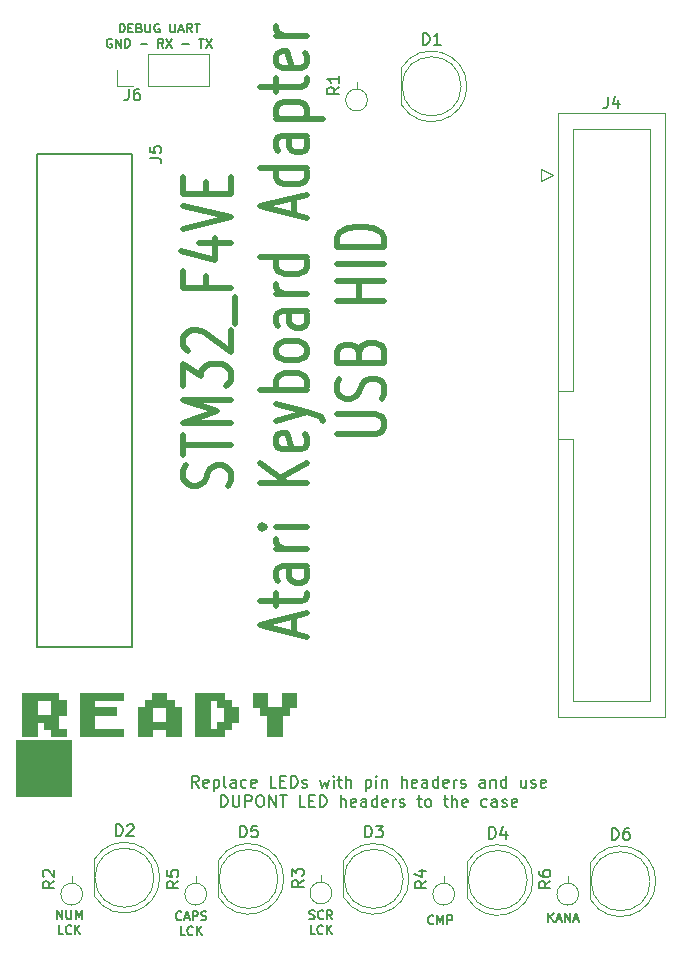
<source format=gto>
%TF.GenerationSoftware,KiCad,Pcbnew,5.1.9+dfsg1-1*%
%TF.CreationDate,2021-12-02T21:44:05+01:00*%
%TF.ProjectId,STM32F4XX_Hat,53544d33-3246-4345-9858-5f4861742e6b,rev?*%
%TF.SameCoordinates,Original*%
%TF.FileFunction,Legend,Top*%
%TF.FilePolarity,Positive*%
%FSLAX46Y46*%
G04 Gerber Fmt 4.6, Leading zero omitted, Abs format (unit mm)*
G04 Created by KiCad (PCBNEW 5.1.9+dfsg1-1) date 2021-12-02 21:44:05*
%MOMM*%
%LPD*%
G01*
G04 APERTURE LIST*
%ADD10C,0.150000*%
%ADD11C,0.500000*%
%ADD12C,0.120000*%
%ADD13C,0.010000*%
G04 APERTURE END LIST*
D10*
X128910714Y-60701785D02*
X128910714Y-59951785D01*
X129089285Y-59951785D01*
X129196428Y-59987500D01*
X129267857Y-60058928D01*
X129303571Y-60130357D01*
X129339285Y-60273214D01*
X129339285Y-60380357D01*
X129303571Y-60523214D01*
X129267857Y-60594642D01*
X129196428Y-60666071D01*
X129089285Y-60701785D01*
X128910714Y-60701785D01*
X129660714Y-60308928D02*
X129910714Y-60308928D01*
X130017857Y-60701785D02*
X129660714Y-60701785D01*
X129660714Y-59951785D01*
X130017857Y-59951785D01*
X130589285Y-60308928D02*
X130696428Y-60344642D01*
X130732142Y-60380357D01*
X130767857Y-60451785D01*
X130767857Y-60558928D01*
X130732142Y-60630357D01*
X130696428Y-60666071D01*
X130625000Y-60701785D01*
X130339285Y-60701785D01*
X130339285Y-59951785D01*
X130589285Y-59951785D01*
X130660714Y-59987500D01*
X130696428Y-60023214D01*
X130732142Y-60094642D01*
X130732142Y-60166071D01*
X130696428Y-60237500D01*
X130660714Y-60273214D01*
X130589285Y-60308928D01*
X130339285Y-60308928D01*
X131089285Y-59951785D02*
X131089285Y-60558928D01*
X131125000Y-60630357D01*
X131160714Y-60666071D01*
X131232142Y-60701785D01*
X131375000Y-60701785D01*
X131446428Y-60666071D01*
X131482142Y-60630357D01*
X131517857Y-60558928D01*
X131517857Y-59951785D01*
X132267857Y-59987500D02*
X132196428Y-59951785D01*
X132089285Y-59951785D01*
X131982142Y-59987500D01*
X131910714Y-60058928D01*
X131875000Y-60130357D01*
X131839285Y-60273214D01*
X131839285Y-60380357D01*
X131875000Y-60523214D01*
X131910714Y-60594642D01*
X131982142Y-60666071D01*
X132089285Y-60701785D01*
X132160714Y-60701785D01*
X132267857Y-60666071D01*
X132303571Y-60630357D01*
X132303571Y-60380357D01*
X132160714Y-60380357D01*
X133196428Y-59951785D02*
X133196428Y-60558928D01*
X133232142Y-60630357D01*
X133267857Y-60666071D01*
X133339285Y-60701785D01*
X133482142Y-60701785D01*
X133553571Y-60666071D01*
X133589285Y-60630357D01*
X133625000Y-60558928D01*
X133625000Y-59951785D01*
X133946428Y-60487500D02*
X134303571Y-60487500D01*
X133875000Y-60701785D02*
X134125000Y-59951785D01*
X134375000Y-60701785D01*
X135053571Y-60701785D02*
X134803571Y-60344642D01*
X134625000Y-60701785D02*
X134625000Y-59951785D01*
X134910714Y-59951785D01*
X134982142Y-59987500D01*
X135017857Y-60023214D01*
X135053571Y-60094642D01*
X135053571Y-60201785D01*
X135017857Y-60273214D01*
X134982142Y-60308928D01*
X134910714Y-60344642D01*
X134625000Y-60344642D01*
X135267857Y-59951785D02*
X135696428Y-59951785D01*
X135482142Y-60701785D02*
X135482142Y-59951785D01*
X128232142Y-61262500D02*
X128160714Y-61226785D01*
X128053571Y-61226785D01*
X127946428Y-61262500D01*
X127875000Y-61333928D01*
X127839285Y-61405357D01*
X127803571Y-61548214D01*
X127803571Y-61655357D01*
X127839285Y-61798214D01*
X127875000Y-61869642D01*
X127946428Y-61941071D01*
X128053571Y-61976785D01*
X128125000Y-61976785D01*
X128232142Y-61941071D01*
X128267857Y-61905357D01*
X128267857Y-61655357D01*
X128125000Y-61655357D01*
X128589285Y-61976785D02*
X128589285Y-61226785D01*
X129017857Y-61976785D01*
X129017857Y-61226785D01*
X129375000Y-61976785D02*
X129375000Y-61226785D01*
X129553571Y-61226785D01*
X129660714Y-61262500D01*
X129732142Y-61333928D01*
X129767857Y-61405357D01*
X129803571Y-61548214D01*
X129803571Y-61655357D01*
X129767857Y-61798214D01*
X129732142Y-61869642D01*
X129660714Y-61941071D01*
X129553571Y-61976785D01*
X129375000Y-61976785D01*
X130696428Y-61691071D02*
X131267857Y-61691071D01*
X132625000Y-61976785D02*
X132375000Y-61619642D01*
X132196428Y-61976785D02*
X132196428Y-61226785D01*
X132482142Y-61226785D01*
X132553571Y-61262500D01*
X132589285Y-61298214D01*
X132625000Y-61369642D01*
X132625000Y-61476785D01*
X132589285Y-61548214D01*
X132553571Y-61583928D01*
X132482142Y-61619642D01*
X132196428Y-61619642D01*
X132875000Y-61226785D02*
X133375000Y-61976785D01*
X133375000Y-61226785D02*
X132875000Y-61976785D01*
X134232142Y-61691071D02*
X134803571Y-61691071D01*
X135625000Y-61226785D02*
X136053571Y-61226785D01*
X135839285Y-61976785D02*
X135839285Y-61226785D01*
X136232142Y-61226785D02*
X136732142Y-61976785D01*
X136732142Y-61226785D02*
X136232142Y-61976785D01*
D11*
X138119047Y-99071428D02*
X138309523Y-98642857D01*
X138309523Y-97928571D01*
X138119047Y-97642857D01*
X137928571Y-97499999D01*
X137547619Y-97357142D01*
X137166666Y-97357142D01*
X136785714Y-97499999D01*
X136595238Y-97642857D01*
X136404761Y-97928571D01*
X136214285Y-98499999D01*
X136023809Y-98785714D01*
X135833333Y-98928571D01*
X135452380Y-99071428D01*
X135071428Y-99071428D01*
X134690476Y-98928571D01*
X134500000Y-98785714D01*
X134309523Y-98499999D01*
X134309523Y-97785714D01*
X134500000Y-97357142D01*
X134309523Y-96499999D02*
X134309523Y-94785714D01*
X138309523Y-95642857D02*
X134309523Y-95642857D01*
X138309523Y-93785714D02*
X134309523Y-93785714D01*
X137166666Y-92785714D01*
X134309523Y-91785714D01*
X138309523Y-91785714D01*
X134309523Y-90642857D02*
X134309523Y-88785714D01*
X135833333Y-89785714D01*
X135833333Y-89357142D01*
X136023809Y-89071428D01*
X136214285Y-88928571D01*
X136595238Y-88785714D01*
X137547619Y-88785714D01*
X137928571Y-88928571D01*
X138119047Y-89071428D01*
X138309523Y-89357142D01*
X138309523Y-90214285D01*
X138119047Y-90500000D01*
X137928571Y-90642857D01*
X134690476Y-87642857D02*
X134500000Y-87500000D01*
X134309523Y-87214285D01*
X134309523Y-86500000D01*
X134500000Y-86214285D01*
X134690476Y-86071428D01*
X135071428Y-85928571D01*
X135452380Y-85928571D01*
X136023809Y-86071428D01*
X138309523Y-87785714D01*
X138309523Y-85928571D01*
X138690476Y-85357142D02*
X138690476Y-83071428D01*
X136214285Y-81357142D02*
X136214285Y-82357142D01*
X138309523Y-82357142D02*
X134309523Y-82357142D01*
X134309523Y-80928571D01*
X135642857Y-78500000D02*
X138309523Y-78500000D01*
X134119047Y-79214285D02*
X136976190Y-79928571D01*
X136976190Y-78071428D01*
X134309523Y-77357142D02*
X138309523Y-76357142D01*
X134309523Y-75357142D01*
X136214285Y-74357142D02*
X136214285Y-73357142D01*
X138309523Y-72928571D02*
X138309523Y-74357142D01*
X134309523Y-74357142D01*
X134309523Y-72928571D01*
X143666666Y-111571428D02*
X143666666Y-110142857D01*
X144809523Y-111857142D02*
X140809523Y-110857142D01*
X144809523Y-109857142D01*
X142142857Y-109285714D02*
X142142857Y-108142857D01*
X140809523Y-108857142D02*
X144238095Y-108857142D01*
X144619047Y-108714285D01*
X144809523Y-108428571D01*
X144809523Y-108142857D01*
X144809523Y-105857142D02*
X142714285Y-105857142D01*
X142333333Y-106000000D01*
X142142857Y-106285714D01*
X142142857Y-106857142D01*
X142333333Y-107142857D01*
X144619047Y-105857142D02*
X144809523Y-106142857D01*
X144809523Y-106857142D01*
X144619047Y-107142857D01*
X144238095Y-107285714D01*
X143857142Y-107285714D01*
X143476190Y-107142857D01*
X143285714Y-106857142D01*
X143285714Y-106142857D01*
X143095238Y-105857142D01*
X144809523Y-104428571D02*
X142142857Y-104428571D01*
X142904761Y-104428571D02*
X142523809Y-104285714D01*
X142333333Y-104142857D01*
X142142857Y-103857142D01*
X142142857Y-103571428D01*
X144809523Y-102571428D02*
X142142857Y-102571428D01*
X140809523Y-102571428D02*
X141000000Y-102714285D01*
X141190476Y-102571428D01*
X141000000Y-102428571D01*
X140809523Y-102571428D01*
X141190476Y-102571428D01*
X144809523Y-98857142D02*
X140809523Y-98857142D01*
X144809523Y-97142857D02*
X142523809Y-98428571D01*
X140809523Y-97142857D02*
X143095238Y-98857142D01*
X144619047Y-94714285D02*
X144809523Y-95000000D01*
X144809523Y-95571428D01*
X144619047Y-95857142D01*
X144238095Y-96000000D01*
X142714285Y-96000000D01*
X142333333Y-95857142D01*
X142142857Y-95571428D01*
X142142857Y-95000000D01*
X142333333Y-94714285D01*
X142714285Y-94571428D01*
X143095238Y-94571428D01*
X143476190Y-96000000D01*
X142142857Y-93571428D02*
X144809523Y-92857142D01*
X142142857Y-92142857D02*
X144809523Y-92857142D01*
X145761904Y-93142857D01*
X145952380Y-93285714D01*
X146142857Y-93571428D01*
X144809523Y-91000000D02*
X140809523Y-91000000D01*
X142333333Y-91000000D02*
X142142857Y-90714285D01*
X142142857Y-90142857D01*
X142333333Y-89857142D01*
X142523809Y-89714285D01*
X142904761Y-89571428D01*
X144047619Y-89571428D01*
X144428571Y-89714285D01*
X144619047Y-89857142D01*
X144809523Y-90142857D01*
X144809523Y-90714285D01*
X144619047Y-91000000D01*
X144809523Y-87857142D02*
X144619047Y-88142857D01*
X144428571Y-88285714D01*
X144047619Y-88428571D01*
X142904761Y-88428571D01*
X142523809Y-88285714D01*
X142333333Y-88142857D01*
X142142857Y-87857142D01*
X142142857Y-87428571D01*
X142333333Y-87142857D01*
X142523809Y-87000000D01*
X142904761Y-86857142D01*
X144047619Y-86857142D01*
X144428571Y-87000000D01*
X144619047Y-87142857D01*
X144809523Y-87428571D01*
X144809523Y-87857142D01*
X144809523Y-84285714D02*
X142714285Y-84285714D01*
X142333333Y-84428571D01*
X142142857Y-84714285D01*
X142142857Y-85285714D01*
X142333333Y-85571428D01*
X144619047Y-84285714D02*
X144809523Y-84571428D01*
X144809523Y-85285714D01*
X144619047Y-85571428D01*
X144238095Y-85714285D01*
X143857142Y-85714285D01*
X143476190Y-85571428D01*
X143285714Y-85285714D01*
X143285714Y-84571428D01*
X143095238Y-84285714D01*
X144809523Y-82857142D02*
X142142857Y-82857142D01*
X142904761Y-82857142D02*
X142523809Y-82714285D01*
X142333333Y-82571428D01*
X142142857Y-82285714D01*
X142142857Y-82000000D01*
X144809523Y-79714285D02*
X140809523Y-79714285D01*
X144619047Y-79714285D02*
X144809523Y-80000000D01*
X144809523Y-80571428D01*
X144619047Y-80857142D01*
X144428571Y-81000000D01*
X144047619Y-81142857D01*
X142904761Y-81142857D01*
X142523809Y-81000000D01*
X142333333Y-80857142D01*
X142142857Y-80571428D01*
X142142857Y-80000000D01*
X142333333Y-79714285D01*
X143666666Y-76142857D02*
X143666666Y-74714285D01*
X144809523Y-76428571D02*
X140809523Y-75428571D01*
X144809523Y-74428571D01*
X144809523Y-72142857D02*
X140809523Y-72142857D01*
X144619047Y-72142857D02*
X144809523Y-72428571D01*
X144809523Y-73000000D01*
X144619047Y-73285714D01*
X144428571Y-73428571D01*
X144047619Y-73571428D01*
X142904761Y-73571428D01*
X142523809Y-73428571D01*
X142333333Y-73285714D01*
X142142857Y-73000000D01*
X142142857Y-72428571D01*
X142333333Y-72142857D01*
X144809523Y-69428571D02*
X142714285Y-69428571D01*
X142333333Y-69571428D01*
X142142857Y-69857142D01*
X142142857Y-70428571D01*
X142333333Y-70714285D01*
X144619047Y-69428571D02*
X144809523Y-69714285D01*
X144809523Y-70428571D01*
X144619047Y-70714285D01*
X144238095Y-70857142D01*
X143857142Y-70857142D01*
X143476190Y-70714285D01*
X143285714Y-70428571D01*
X143285714Y-69714285D01*
X143095238Y-69428571D01*
X142142857Y-68000000D02*
X146142857Y-68000000D01*
X142333333Y-68000000D02*
X142142857Y-67714285D01*
X142142857Y-67142857D01*
X142333333Y-66857142D01*
X142523809Y-66714285D01*
X142904761Y-66571428D01*
X144047619Y-66571428D01*
X144428571Y-66714285D01*
X144619047Y-66857142D01*
X144809523Y-67142857D01*
X144809523Y-67714285D01*
X144619047Y-68000000D01*
X142142857Y-65714285D02*
X142142857Y-64571428D01*
X140809523Y-65285714D02*
X144238095Y-65285714D01*
X144619047Y-65142857D01*
X144809523Y-64857142D01*
X144809523Y-64571428D01*
X144619047Y-62428571D02*
X144809523Y-62714285D01*
X144809523Y-63285714D01*
X144619047Y-63571428D01*
X144238095Y-63714285D01*
X142714285Y-63714285D01*
X142333333Y-63571428D01*
X142142857Y-63285714D01*
X142142857Y-62714285D01*
X142333333Y-62428571D01*
X142714285Y-62285714D01*
X143095238Y-62285714D01*
X143476190Y-63714285D01*
X144809523Y-61000000D02*
X142142857Y-61000000D01*
X142904761Y-61000000D02*
X142523809Y-60857142D01*
X142333333Y-60714285D01*
X142142857Y-60428571D01*
X142142857Y-60142857D01*
X147309523Y-94714285D02*
X150547619Y-94714285D01*
X150928571Y-94571428D01*
X151119047Y-94428571D01*
X151309523Y-94142857D01*
X151309523Y-93571428D01*
X151119047Y-93285714D01*
X150928571Y-93142857D01*
X150547619Y-93000000D01*
X147309523Y-93000000D01*
X151119047Y-91714285D02*
X151309523Y-91285714D01*
X151309523Y-90571428D01*
X151119047Y-90285714D01*
X150928571Y-90142857D01*
X150547619Y-90000000D01*
X150166666Y-90000000D01*
X149785714Y-90142857D01*
X149595238Y-90285714D01*
X149404761Y-90571428D01*
X149214285Y-91142857D01*
X149023809Y-91428571D01*
X148833333Y-91571428D01*
X148452380Y-91714285D01*
X148071428Y-91714285D01*
X147690476Y-91571428D01*
X147500000Y-91428571D01*
X147309523Y-91142857D01*
X147309523Y-90428571D01*
X147500000Y-90000000D01*
X149214285Y-87714285D02*
X149404761Y-87285714D01*
X149595238Y-87142857D01*
X149976190Y-87000000D01*
X150547619Y-87000000D01*
X150928571Y-87142857D01*
X151119047Y-87285714D01*
X151309523Y-87571428D01*
X151309523Y-88714285D01*
X147309523Y-88714285D01*
X147309523Y-87714285D01*
X147500000Y-87428571D01*
X147690476Y-87285714D01*
X148071428Y-87142857D01*
X148452380Y-87142857D01*
X148833333Y-87285714D01*
X149023809Y-87428571D01*
X149214285Y-87714285D01*
X149214285Y-88714285D01*
X151309523Y-83428571D02*
X147309523Y-83428571D01*
X149214285Y-83428571D02*
X149214285Y-81714285D01*
X151309523Y-81714285D02*
X147309523Y-81714285D01*
X151309523Y-80285714D02*
X147309523Y-80285714D01*
X151309523Y-78857142D02*
X147309523Y-78857142D01*
X147309523Y-78142857D01*
X147500000Y-77714285D01*
X147880952Y-77428571D01*
X148261904Y-77285714D01*
X149023809Y-77142857D01*
X149595238Y-77142857D01*
X150357142Y-77285714D01*
X150738095Y-77428571D01*
X151119047Y-77714285D01*
X151309523Y-78142857D01*
X151309523Y-78857142D01*
D10*
X135595238Y-124627380D02*
X135261904Y-124151190D01*
X135023809Y-124627380D02*
X135023809Y-123627380D01*
X135404761Y-123627380D01*
X135499999Y-123675000D01*
X135547619Y-123722619D01*
X135595238Y-123817857D01*
X135595238Y-123960714D01*
X135547619Y-124055952D01*
X135499999Y-124103571D01*
X135404761Y-124151190D01*
X135023809Y-124151190D01*
X136404761Y-124579761D02*
X136309523Y-124627380D01*
X136119047Y-124627380D01*
X136023809Y-124579761D01*
X135976190Y-124484523D01*
X135976190Y-124103571D01*
X136023809Y-124008333D01*
X136119047Y-123960714D01*
X136309523Y-123960714D01*
X136404761Y-124008333D01*
X136452380Y-124103571D01*
X136452380Y-124198809D01*
X135976190Y-124294047D01*
X136880952Y-123960714D02*
X136880952Y-124960714D01*
X136880952Y-124008333D02*
X136976190Y-123960714D01*
X137166666Y-123960714D01*
X137261904Y-124008333D01*
X137309523Y-124055952D01*
X137357142Y-124151190D01*
X137357142Y-124436904D01*
X137309523Y-124532142D01*
X137261904Y-124579761D01*
X137166666Y-124627380D01*
X136976190Y-124627380D01*
X136880952Y-124579761D01*
X137928571Y-124627380D02*
X137833333Y-124579761D01*
X137785714Y-124484523D01*
X137785714Y-123627380D01*
X138738095Y-124627380D02*
X138738095Y-124103571D01*
X138690476Y-124008333D01*
X138595238Y-123960714D01*
X138404761Y-123960714D01*
X138309523Y-124008333D01*
X138738095Y-124579761D02*
X138642857Y-124627380D01*
X138404761Y-124627380D01*
X138309523Y-124579761D01*
X138261904Y-124484523D01*
X138261904Y-124389285D01*
X138309523Y-124294047D01*
X138404761Y-124246428D01*
X138642857Y-124246428D01*
X138738095Y-124198809D01*
X139642857Y-124579761D02*
X139547619Y-124627380D01*
X139357142Y-124627380D01*
X139261904Y-124579761D01*
X139214285Y-124532142D01*
X139166666Y-124436904D01*
X139166666Y-124151190D01*
X139214285Y-124055952D01*
X139261904Y-124008333D01*
X139357142Y-123960714D01*
X139547619Y-123960714D01*
X139642857Y-124008333D01*
X140452380Y-124579761D02*
X140357142Y-124627380D01*
X140166666Y-124627380D01*
X140071428Y-124579761D01*
X140023809Y-124484523D01*
X140023809Y-124103571D01*
X140071428Y-124008333D01*
X140166666Y-123960714D01*
X140357142Y-123960714D01*
X140452380Y-124008333D01*
X140499999Y-124103571D01*
X140499999Y-124198809D01*
X140023809Y-124294047D01*
X142166666Y-124627380D02*
X141690476Y-124627380D01*
X141690476Y-123627380D01*
X142499999Y-124103571D02*
X142833333Y-124103571D01*
X142976190Y-124627380D02*
X142499999Y-124627380D01*
X142499999Y-123627380D01*
X142976190Y-123627380D01*
X143404761Y-124627380D02*
X143404761Y-123627380D01*
X143642857Y-123627380D01*
X143785714Y-123675000D01*
X143880952Y-123770238D01*
X143928571Y-123865476D01*
X143976190Y-124055952D01*
X143976190Y-124198809D01*
X143928571Y-124389285D01*
X143880952Y-124484523D01*
X143785714Y-124579761D01*
X143642857Y-124627380D01*
X143404761Y-124627380D01*
X144357142Y-124579761D02*
X144452380Y-124627380D01*
X144642857Y-124627380D01*
X144738095Y-124579761D01*
X144785714Y-124484523D01*
X144785714Y-124436904D01*
X144738095Y-124341666D01*
X144642857Y-124294047D01*
X144499999Y-124294047D01*
X144404761Y-124246428D01*
X144357142Y-124151190D01*
X144357142Y-124103571D01*
X144404761Y-124008333D01*
X144499999Y-123960714D01*
X144642857Y-123960714D01*
X144738095Y-124008333D01*
X145880952Y-123960714D02*
X146071428Y-124627380D01*
X146261904Y-124151190D01*
X146452380Y-124627380D01*
X146642857Y-123960714D01*
X147023809Y-124627380D02*
X147023809Y-123960714D01*
X147023809Y-123627380D02*
X146976190Y-123675000D01*
X147023809Y-123722619D01*
X147071428Y-123675000D01*
X147023809Y-123627380D01*
X147023809Y-123722619D01*
X147357142Y-123960714D02*
X147738095Y-123960714D01*
X147499999Y-123627380D02*
X147499999Y-124484523D01*
X147547619Y-124579761D01*
X147642857Y-124627380D01*
X147738095Y-124627380D01*
X148071428Y-124627380D02*
X148071428Y-123627380D01*
X148499999Y-124627380D02*
X148499999Y-124103571D01*
X148452380Y-124008333D01*
X148357142Y-123960714D01*
X148214285Y-123960714D01*
X148119047Y-124008333D01*
X148071428Y-124055952D01*
X149738095Y-123960714D02*
X149738095Y-124960714D01*
X149738095Y-124008333D02*
X149833333Y-123960714D01*
X150023809Y-123960714D01*
X150119047Y-124008333D01*
X150166666Y-124055952D01*
X150214285Y-124151190D01*
X150214285Y-124436904D01*
X150166666Y-124532142D01*
X150119047Y-124579761D01*
X150023809Y-124627380D01*
X149833333Y-124627380D01*
X149738095Y-124579761D01*
X150642857Y-124627380D02*
X150642857Y-123960714D01*
X150642857Y-123627380D02*
X150595238Y-123675000D01*
X150642857Y-123722619D01*
X150690476Y-123675000D01*
X150642857Y-123627380D01*
X150642857Y-123722619D01*
X151119047Y-123960714D02*
X151119047Y-124627380D01*
X151119047Y-124055952D02*
X151166666Y-124008333D01*
X151261904Y-123960714D01*
X151404761Y-123960714D01*
X151499999Y-124008333D01*
X151547619Y-124103571D01*
X151547619Y-124627380D01*
X152785714Y-124627380D02*
X152785714Y-123627380D01*
X153214285Y-124627380D02*
X153214285Y-124103571D01*
X153166666Y-124008333D01*
X153071428Y-123960714D01*
X152928571Y-123960714D01*
X152833333Y-124008333D01*
X152785714Y-124055952D01*
X154071428Y-124579761D02*
X153976190Y-124627380D01*
X153785714Y-124627380D01*
X153690476Y-124579761D01*
X153642857Y-124484523D01*
X153642857Y-124103571D01*
X153690476Y-124008333D01*
X153785714Y-123960714D01*
X153976190Y-123960714D01*
X154071428Y-124008333D01*
X154119047Y-124103571D01*
X154119047Y-124198809D01*
X153642857Y-124294047D01*
X154976190Y-124627380D02*
X154976190Y-124103571D01*
X154928571Y-124008333D01*
X154833333Y-123960714D01*
X154642857Y-123960714D01*
X154547619Y-124008333D01*
X154976190Y-124579761D02*
X154880952Y-124627380D01*
X154642857Y-124627380D01*
X154547619Y-124579761D01*
X154499999Y-124484523D01*
X154499999Y-124389285D01*
X154547619Y-124294047D01*
X154642857Y-124246428D01*
X154880952Y-124246428D01*
X154976190Y-124198809D01*
X155880952Y-124627380D02*
X155880952Y-123627380D01*
X155880952Y-124579761D02*
X155785714Y-124627380D01*
X155595238Y-124627380D01*
X155499999Y-124579761D01*
X155452380Y-124532142D01*
X155404761Y-124436904D01*
X155404761Y-124151190D01*
X155452380Y-124055952D01*
X155499999Y-124008333D01*
X155595238Y-123960714D01*
X155785714Y-123960714D01*
X155880952Y-124008333D01*
X156738095Y-124579761D02*
X156642857Y-124627380D01*
X156452380Y-124627380D01*
X156357142Y-124579761D01*
X156309523Y-124484523D01*
X156309523Y-124103571D01*
X156357142Y-124008333D01*
X156452380Y-123960714D01*
X156642857Y-123960714D01*
X156738095Y-124008333D01*
X156785714Y-124103571D01*
X156785714Y-124198809D01*
X156309523Y-124294047D01*
X157214285Y-124627380D02*
X157214285Y-123960714D01*
X157214285Y-124151190D02*
X157261904Y-124055952D01*
X157309523Y-124008333D01*
X157404761Y-123960714D01*
X157499999Y-123960714D01*
X157785714Y-124579761D02*
X157880952Y-124627380D01*
X158071428Y-124627380D01*
X158166666Y-124579761D01*
X158214285Y-124484523D01*
X158214285Y-124436904D01*
X158166666Y-124341666D01*
X158071428Y-124294047D01*
X157928571Y-124294047D01*
X157833333Y-124246428D01*
X157785714Y-124151190D01*
X157785714Y-124103571D01*
X157833333Y-124008333D01*
X157928571Y-123960714D01*
X158071428Y-123960714D01*
X158166666Y-124008333D01*
X159833333Y-124627380D02*
X159833333Y-124103571D01*
X159785714Y-124008333D01*
X159690476Y-123960714D01*
X159499999Y-123960714D01*
X159404761Y-124008333D01*
X159833333Y-124579761D02*
X159738095Y-124627380D01*
X159499999Y-124627380D01*
X159404761Y-124579761D01*
X159357142Y-124484523D01*
X159357142Y-124389285D01*
X159404761Y-124294047D01*
X159499999Y-124246428D01*
X159738095Y-124246428D01*
X159833333Y-124198809D01*
X160309523Y-123960714D02*
X160309523Y-124627380D01*
X160309523Y-124055952D02*
X160357142Y-124008333D01*
X160452380Y-123960714D01*
X160595238Y-123960714D01*
X160690476Y-124008333D01*
X160738095Y-124103571D01*
X160738095Y-124627380D01*
X161642857Y-124627380D02*
X161642857Y-123627380D01*
X161642857Y-124579761D02*
X161547619Y-124627380D01*
X161357142Y-124627380D01*
X161261904Y-124579761D01*
X161214285Y-124532142D01*
X161166666Y-124436904D01*
X161166666Y-124151190D01*
X161214285Y-124055952D01*
X161261904Y-124008333D01*
X161357142Y-123960714D01*
X161547619Y-123960714D01*
X161642857Y-124008333D01*
X163309523Y-123960714D02*
X163309523Y-124627380D01*
X162880952Y-123960714D02*
X162880952Y-124484523D01*
X162928571Y-124579761D01*
X163023809Y-124627380D01*
X163166666Y-124627380D01*
X163261904Y-124579761D01*
X163309523Y-124532142D01*
X163738095Y-124579761D02*
X163833333Y-124627380D01*
X164023809Y-124627380D01*
X164119047Y-124579761D01*
X164166666Y-124484523D01*
X164166666Y-124436904D01*
X164119047Y-124341666D01*
X164023809Y-124294047D01*
X163880952Y-124294047D01*
X163785714Y-124246428D01*
X163738095Y-124151190D01*
X163738095Y-124103571D01*
X163785714Y-124008333D01*
X163880952Y-123960714D01*
X164023809Y-123960714D01*
X164119047Y-124008333D01*
X164976190Y-124579761D02*
X164880952Y-124627380D01*
X164690476Y-124627380D01*
X164595238Y-124579761D01*
X164547619Y-124484523D01*
X164547619Y-124103571D01*
X164595238Y-124008333D01*
X164690476Y-123960714D01*
X164880952Y-123960714D01*
X164976190Y-124008333D01*
X165023809Y-124103571D01*
X165023809Y-124198809D01*
X164547619Y-124294047D01*
X137476190Y-126277380D02*
X137476190Y-125277380D01*
X137714285Y-125277380D01*
X137857142Y-125325000D01*
X137952380Y-125420238D01*
X138000000Y-125515476D01*
X138047619Y-125705952D01*
X138047619Y-125848809D01*
X138000000Y-126039285D01*
X137952380Y-126134523D01*
X137857142Y-126229761D01*
X137714285Y-126277380D01*
X137476190Y-126277380D01*
X138476190Y-125277380D02*
X138476190Y-126086904D01*
X138523809Y-126182142D01*
X138571428Y-126229761D01*
X138666666Y-126277380D01*
X138857142Y-126277380D01*
X138952380Y-126229761D01*
X139000000Y-126182142D01*
X139047619Y-126086904D01*
X139047619Y-125277380D01*
X139523809Y-126277380D02*
X139523809Y-125277380D01*
X139904761Y-125277380D01*
X140000000Y-125325000D01*
X140047619Y-125372619D01*
X140095238Y-125467857D01*
X140095238Y-125610714D01*
X140047619Y-125705952D01*
X140000000Y-125753571D01*
X139904761Y-125801190D01*
X139523809Y-125801190D01*
X140714285Y-125277380D02*
X140904761Y-125277380D01*
X141000000Y-125325000D01*
X141095238Y-125420238D01*
X141142857Y-125610714D01*
X141142857Y-125944047D01*
X141095238Y-126134523D01*
X141000000Y-126229761D01*
X140904761Y-126277380D01*
X140714285Y-126277380D01*
X140619047Y-126229761D01*
X140523809Y-126134523D01*
X140476190Y-125944047D01*
X140476190Y-125610714D01*
X140523809Y-125420238D01*
X140619047Y-125325000D01*
X140714285Y-125277380D01*
X141571428Y-126277380D02*
X141571428Y-125277380D01*
X142142857Y-126277380D01*
X142142857Y-125277380D01*
X142476190Y-125277380D02*
X143047619Y-125277380D01*
X142761904Y-126277380D02*
X142761904Y-125277380D01*
X144619047Y-126277380D02*
X144142857Y-126277380D01*
X144142857Y-125277380D01*
X144952380Y-125753571D02*
X145285714Y-125753571D01*
X145428571Y-126277380D02*
X144952380Y-126277380D01*
X144952380Y-125277380D01*
X145428571Y-125277380D01*
X145857142Y-126277380D02*
X145857142Y-125277380D01*
X146095238Y-125277380D01*
X146238095Y-125325000D01*
X146333333Y-125420238D01*
X146380952Y-125515476D01*
X146428571Y-125705952D01*
X146428571Y-125848809D01*
X146380952Y-126039285D01*
X146333333Y-126134523D01*
X146238095Y-126229761D01*
X146095238Y-126277380D01*
X145857142Y-126277380D01*
X147619047Y-126277380D02*
X147619047Y-125277380D01*
X148047619Y-126277380D02*
X148047619Y-125753571D01*
X148000000Y-125658333D01*
X147904761Y-125610714D01*
X147761904Y-125610714D01*
X147666666Y-125658333D01*
X147619047Y-125705952D01*
X148904761Y-126229761D02*
X148809523Y-126277380D01*
X148619047Y-126277380D01*
X148523809Y-126229761D01*
X148476190Y-126134523D01*
X148476190Y-125753571D01*
X148523809Y-125658333D01*
X148619047Y-125610714D01*
X148809523Y-125610714D01*
X148904761Y-125658333D01*
X148952380Y-125753571D01*
X148952380Y-125848809D01*
X148476190Y-125944047D01*
X149809523Y-126277380D02*
X149809523Y-125753571D01*
X149761904Y-125658333D01*
X149666666Y-125610714D01*
X149476190Y-125610714D01*
X149380952Y-125658333D01*
X149809523Y-126229761D02*
X149714285Y-126277380D01*
X149476190Y-126277380D01*
X149380952Y-126229761D01*
X149333333Y-126134523D01*
X149333333Y-126039285D01*
X149380952Y-125944047D01*
X149476190Y-125896428D01*
X149714285Y-125896428D01*
X149809523Y-125848809D01*
X150714285Y-126277380D02*
X150714285Y-125277380D01*
X150714285Y-126229761D02*
X150619047Y-126277380D01*
X150428571Y-126277380D01*
X150333333Y-126229761D01*
X150285714Y-126182142D01*
X150238095Y-126086904D01*
X150238095Y-125801190D01*
X150285714Y-125705952D01*
X150333333Y-125658333D01*
X150428571Y-125610714D01*
X150619047Y-125610714D01*
X150714285Y-125658333D01*
X151571428Y-126229761D02*
X151476190Y-126277380D01*
X151285714Y-126277380D01*
X151190476Y-126229761D01*
X151142857Y-126134523D01*
X151142857Y-125753571D01*
X151190476Y-125658333D01*
X151285714Y-125610714D01*
X151476190Y-125610714D01*
X151571428Y-125658333D01*
X151619047Y-125753571D01*
X151619047Y-125848809D01*
X151142857Y-125944047D01*
X152047619Y-126277380D02*
X152047619Y-125610714D01*
X152047619Y-125801190D02*
X152095238Y-125705952D01*
X152142857Y-125658333D01*
X152238095Y-125610714D01*
X152333333Y-125610714D01*
X152619047Y-126229761D02*
X152714285Y-126277380D01*
X152904761Y-126277380D01*
X152999999Y-126229761D01*
X153047619Y-126134523D01*
X153047619Y-126086904D01*
X152999999Y-125991666D01*
X152904761Y-125944047D01*
X152761904Y-125944047D01*
X152666666Y-125896428D01*
X152619047Y-125801190D01*
X152619047Y-125753571D01*
X152666666Y-125658333D01*
X152761904Y-125610714D01*
X152904761Y-125610714D01*
X152999999Y-125658333D01*
X154095238Y-125610714D02*
X154476190Y-125610714D01*
X154238095Y-125277380D02*
X154238095Y-126134523D01*
X154285714Y-126229761D01*
X154380952Y-126277380D01*
X154476190Y-126277380D01*
X154952380Y-126277380D02*
X154857142Y-126229761D01*
X154809523Y-126182142D01*
X154761904Y-126086904D01*
X154761904Y-125801190D01*
X154809523Y-125705952D01*
X154857142Y-125658333D01*
X154952380Y-125610714D01*
X155095238Y-125610714D01*
X155190476Y-125658333D01*
X155238095Y-125705952D01*
X155285714Y-125801190D01*
X155285714Y-126086904D01*
X155238095Y-126182142D01*
X155190476Y-126229761D01*
X155095238Y-126277380D01*
X154952380Y-126277380D01*
X156333333Y-125610714D02*
X156714285Y-125610714D01*
X156476190Y-125277380D02*
X156476190Y-126134523D01*
X156523809Y-126229761D01*
X156619047Y-126277380D01*
X156714285Y-126277380D01*
X157047619Y-126277380D02*
X157047619Y-125277380D01*
X157476190Y-126277380D02*
X157476190Y-125753571D01*
X157428571Y-125658333D01*
X157333333Y-125610714D01*
X157190476Y-125610714D01*
X157095238Y-125658333D01*
X157047619Y-125705952D01*
X158333333Y-126229761D02*
X158238095Y-126277380D01*
X158047619Y-126277380D01*
X157952380Y-126229761D01*
X157904761Y-126134523D01*
X157904761Y-125753571D01*
X157952380Y-125658333D01*
X158047619Y-125610714D01*
X158238095Y-125610714D01*
X158333333Y-125658333D01*
X158380952Y-125753571D01*
X158380952Y-125848809D01*
X157904761Y-125944047D01*
X159999999Y-126229761D02*
X159904761Y-126277380D01*
X159714285Y-126277380D01*
X159619047Y-126229761D01*
X159571428Y-126182142D01*
X159523809Y-126086904D01*
X159523809Y-125801190D01*
X159571428Y-125705952D01*
X159619047Y-125658333D01*
X159714285Y-125610714D01*
X159904761Y-125610714D01*
X159999999Y-125658333D01*
X160857142Y-126277380D02*
X160857142Y-125753571D01*
X160809523Y-125658333D01*
X160714285Y-125610714D01*
X160523809Y-125610714D01*
X160428571Y-125658333D01*
X160857142Y-126229761D02*
X160761904Y-126277380D01*
X160523809Y-126277380D01*
X160428571Y-126229761D01*
X160380952Y-126134523D01*
X160380952Y-126039285D01*
X160428571Y-125944047D01*
X160523809Y-125896428D01*
X160761904Y-125896428D01*
X160857142Y-125848809D01*
X161285714Y-126229761D02*
X161380952Y-126277380D01*
X161571428Y-126277380D01*
X161666666Y-126229761D01*
X161714285Y-126134523D01*
X161714285Y-126086904D01*
X161666666Y-125991666D01*
X161571428Y-125944047D01*
X161428571Y-125944047D01*
X161333333Y-125896428D01*
X161285714Y-125801190D01*
X161285714Y-125753571D01*
X161333333Y-125658333D01*
X161428571Y-125610714D01*
X161571428Y-125610714D01*
X161666666Y-125658333D01*
X162523809Y-126229761D02*
X162428571Y-126277380D01*
X162238095Y-126277380D01*
X162142857Y-126229761D01*
X162095238Y-126134523D01*
X162095238Y-125753571D01*
X162142857Y-125658333D01*
X162238095Y-125610714D01*
X162428571Y-125610714D01*
X162523809Y-125658333D01*
X162571428Y-125753571D01*
X162571428Y-125848809D01*
X162095238Y-125944047D01*
X165218857Y-136000285D02*
X165218857Y-135250285D01*
X165647428Y-136000285D02*
X165326000Y-135571714D01*
X165647428Y-135250285D02*
X165218857Y-135678857D01*
X165933142Y-135786000D02*
X166290285Y-135786000D01*
X165861714Y-136000285D02*
X166111714Y-135250285D01*
X166361714Y-136000285D01*
X166611714Y-136000285D02*
X166611714Y-135250285D01*
X167040285Y-136000285D01*
X167040285Y-135250285D01*
X167361714Y-135786000D02*
X167718857Y-135786000D01*
X167290285Y-136000285D02*
X167540285Y-135250285D01*
X167790285Y-136000285D01*
X155479571Y-136128857D02*
X155443857Y-136164571D01*
X155336714Y-136200285D01*
X155265285Y-136200285D01*
X155158142Y-136164571D01*
X155086714Y-136093142D01*
X155051000Y-136021714D01*
X155015285Y-135878857D01*
X155015285Y-135771714D01*
X155051000Y-135628857D01*
X155086714Y-135557428D01*
X155158142Y-135486000D01*
X155265285Y-135450285D01*
X155336714Y-135450285D01*
X155443857Y-135486000D01*
X155479571Y-135521714D01*
X155801000Y-136200285D02*
X155801000Y-135450285D01*
X156051000Y-135986000D01*
X156301000Y-135450285D01*
X156301000Y-136200285D01*
X156658142Y-136200285D02*
X156658142Y-135450285D01*
X156943857Y-135450285D01*
X157015285Y-135486000D01*
X157051000Y-135521714D01*
X157086714Y-135593142D01*
X157086714Y-135700285D01*
X157051000Y-135771714D01*
X157015285Y-135807428D01*
X156943857Y-135843142D01*
X156658142Y-135843142D01*
X144986714Y-135727071D02*
X145093857Y-135762785D01*
X145272428Y-135762785D01*
X145343857Y-135727071D01*
X145379571Y-135691357D01*
X145415285Y-135619928D01*
X145415285Y-135548500D01*
X145379571Y-135477071D01*
X145343857Y-135441357D01*
X145272428Y-135405642D01*
X145129571Y-135369928D01*
X145058142Y-135334214D01*
X145022428Y-135298500D01*
X144986714Y-135227071D01*
X144986714Y-135155642D01*
X145022428Y-135084214D01*
X145058142Y-135048500D01*
X145129571Y-135012785D01*
X145308142Y-135012785D01*
X145415285Y-135048500D01*
X146165285Y-135691357D02*
X146129571Y-135727071D01*
X146022428Y-135762785D01*
X145951000Y-135762785D01*
X145843857Y-135727071D01*
X145772428Y-135655642D01*
X145736714Y-135584214D01*
X145701000Y-135441357D01*
X145701000Y-135334214D01*
X145736714Y-135191357D01*
X145772428Y-135119928D01*
X145843857Y-135048500D01*
X145951000Y-135012785D01*
X146022428Y-135012785D01*
X146129571Y-135048500D01*
X146165285Y-135084214D01*
X146915285Y-135762785D02*
X146665285Y-135405642D01*
X146486714Y-135762785D02*
X146486714Y-135012785D01*
X146772428Y-135012785D01*
X146843857Y-135048500D01*
X146879571Y-135084214D01*
X146915285Y-135155642D01*
X146915285Y-135262785D01*
X146879571Y-135334214D01*
X146843857Y-135369928D01*
X146772428Y-135405642D01*
X146486714Y-135405642D01*
X145433142Y-137037785D02*
X145076000Y-137037785D01*
X145076000Y-136287785D01*
X146111714Y-136966357D02*
X146076000Y-137002071D01*
X145968857Y-137037785D01*
X145897428Y-137037785D01*
X145790285Y-137002071D01*
X145718857Y-136930642D01*
X145683142Y-136859214D01*
X145647428Y-136716357D01*
X145647428Y-136609214D01*
X145683142Y-136466357D01*
X145718857Y-136394928D01*
X145790285Y-136323500D01*
X145897428Y-136287785D01*
X145968857Y-136287785D01*
X146076000Y-136323500D01*
X146111714Y-136359214D01*
X146433142Y-137037785D02*
X146433142Y-136287785D01*
X146861714Y-137037785D02*
X146540285Y-136609214D01*
X146861714Y-136287785D02*
X146433142Y-136716357D01*
X134129571Y-135791357D02*
X134093857Y-135827071D01*
X133986714Y-135862785D01*
X133915285Y-135862785D01*
X133808142Y-135827071D01*
X133736714Y-135755642D01*
X133701000Y-135684214D01*
X133665285Y-135541357D01*
X133665285Y-135434214D01*
X133701000Y-135291357D01*
X133736714Y-135219928D01*
X133808142Y-135148500D01*
X133915285Y-135112785D01*
X133986714Y-135112785D01*
X134093857Y-135148500D01*
X134129571Y-135184214D01*
X134415285Y-135648500D02*
X134772428Y-135648500D01*
X134343857Y-135862785D02*
X134593857Y-135112785D01*
X134843857Y-135862785D01*
X135093857Y-135862785D02*
X135093857Y-135112785D01*
X135379571Y-135112785D01*
X135451000Y-135148500D01*
X135486714Y-135184214D01*
X135522428Y-135255642D01*
X135522428Y-135362785D01*
X135486714Y-135434214D01*
X135451000Y-135469928D01*
X135379571Y-135505642D01*
X135093857Y-135505642D01*
X135808142Y-135827071D02*
X135915285Y-135862785D01*
X136093857Y-135862785D01*
X136165285Y-135827071D01*
X136201000Y-135791357D01*
X136236714Y-135719928D01*
X136236714Y-135648500D01*
X136201000Y-135577071D01*
X136165285Y-135541357D01*
X136093857Y-135505642D01*
X135951000Y-135469928D01*
X135879571Y-135434214D01*
X135843857Y-135398500D01*
X135808142Y-135327071D01*
X135808142Y-135255642D01*
X135843857Y-135184214D01*
X135879571Y-135148500D01*
X135951000Y-135112785D01*
X136129571Y-135112785D01*
X136236714Y-135148500D01*
X134433142Y-137137785D02*
X134076000Y-137137785D01*
X134076000Y-136387785D01*
X135111714Y-137066357D02*
X135076000Y-137102071D01*
X134968857Y-137137785D01*
X134897428Y-137137785D01*
X134790285Y-137102071D01*
X134718857Y-137030642D01*
X134683142Y-136959214D01*
X134647428Y-136816357D01*
X134647428Y-136709214D01*
X134683142Y-136566357D01*
X134718857Y-136494928D01*
X134790285Y-136423500D01*
X134897428Y-136387785D01*
X134968857Y-136387785D01*
X135076000Y-136423500D01*
X135111714Y-136459214D01*
X135433142Y-137137785D02*
X135433142Y-136387785D01*
X135861714Y-137137785D02*
X135540285Y-136709214D01*
X135861714Y-136387785D02*
X135433142Y-136816357D01*
X123615285Y-135762785D02*
X123615285Y-135012785D01*
X124043857Y-135762785D01*
X124043857Y-135012785D01*
X124401000Y-135012785D02*
X124401000Y-135619928D01*
X124436714Y-135691357D01*
X124472428Y-135727071D01*
X124543857Y-135762785D01*
X124686714Y-135762785D01*
X124758142Y-135727071D01*
X124793857Y-135691357D01*
X124829571Y-135619928D01*
X124829571Y-135012785D01*
X125186714Y-135762785D02*
X125186714Y-135012785D01*
X125436714Y-135548500D01*
X125686714Y-135012785D01*
X125686714Y-135762785D01*
X124133142Y-137037785D02*
X123776000Y-137037785D01*
X123776000Y-136287785D01*
X124811714Y-136966357D02*
X124776000Y-137002071D01*
X124668857Y-137037785D01*
X124597428Y-137037785D01*
X124490285Y-137002071D01*
X124418857Y-136930642D01*
X124383142Y-136859214D01*
X124347428Y-136716357D01*
X124347428Y-136609214D01*
X124383142Y-136466357D01*
X124418857Y-136394928D01*
X124490285Y-136323500D01*
X124597428Y-136287785D01*
X124668857Y-136287785D01*
X124776000Y-136323500D01*
X124811714Y-136359214D01*
X125133142Y-137037785D02*
X125133142Y-136287785D01*
X125561714Y-137037785D02*
X125240285Y-136609214D01*
X125561714Y-136287785D02*
X125133142Y-136716357D01*
D12*
%TO.C,R6*%
X167771000Y-133661000D02*
G75*
G03*
X167771000Y-133661000I-920000J0D01*
G01*
X166851000Y-132741000D02*
X166851000Y-132121000D01*
%TO.C,R5*%
X136271000Y-133661000D02*
G75*
G03*
X136271000Y-133661000I-920000J0D01*
G01*
X135351000Y-132741000D02*
X135351000Y-132121000D01*
%TO.C,R4*%
X157271000Y-133661000D02*
G75*
G03*
X157271000Y-133661000I-920000J0D01*
G01*
X156351000Y-132741000D02*
X156351000Y-132121000D01*
%TO.C,R3*%
X146871000Y-133561000D02*
G75*
G03*
X146871000Y-133561000I-920000J0D01*
G01*
X145951000Y-132641000D02*
X145951000Y-132021000D01*
%TO.C,R2*%
X125771000Y-133661000D02*
G75*
G03*
X125771000Y-133661000I-920000J0D01*
G01*
X124851000Y-132741000D02*
X124851000Y-132121000D01*
%TO.C,J6*%
X136461000Y-65211000D02*
X136461000Y-62551000D01*
X131321000Y-65211000D02*
X136461000Y-65211000D01*
X131321000Y-62551000D02*
X136461000Y-62551000D01*
X131321000Y-65211000D02*
X131321000Y-62551000D01*
X130051000Y-65211000D02*
X128721000Y-65211000D01*
X128721000Y-65211000D02*
X128721000Y-63881000D01*
%TO.C,D6*%
X174311000Y-132560538D02*
G75*
G02*
X168761000Y-134105830I-2990000J-462D01*
G01*
X174311000Y-132561462D02*
G75*
G03*
X168761000Y-131016170I-2990000J462D01*
G01*
X173821000Y-132561000D02*
G75*
G03*
X173821000Y-132561000I-2500000J0D01*
G01*
X168761000Y-131016000D02*
X168761000Y-134106000D01*
%TO.C,D5*%
X142811000Y-132360538D02*
G75*
G02*
X137261000Y-133905830I-2990000J-462D01*
G01*
X142811000Y-132361462D02*
G75*
G03*
X137261000Y-130816170I-2990000J462D01*
G01*
X142321000Y-132361000D02*
G75*
G03*
X142321000Y-132361000I-2500000J0D01*
G01*
X137261000Y-130816000D02*
X137261000Y-133906000D01*
%TO.C,D4*%
X163911000Y-132460538D02*
G75*
G02*
X158361000Y-134005830I-2990000J-462D01*
G01*
X163911000Y-132461462D02*
G75*
G03*
X158361000Y-130916170I-2990000J462D01*
G01*
X163421000Y-132461000D02*
G75*
G03*
X163421000Y-132461000I-2500000J0D01*
G01*
X158361000Y-130916000D02*
X158361000Y-134006000D01*
%TO.C,D3*%
X153411000Y-132360538D02*
G75*
G02*
X147861000Y-133905830I-2990000J-462D01*
G01*
X153411000Y-132361462D02*
G75*
G03*
X147861000Y-130816170I-2990000J462D01*
G01*
X152921000Y-132361000D02*
G75*
G03*
X152921000Y-132361000I-2500000J0D01*
G01*
X147861000Y-130816000D02*
X147861000Y-133906000D01*
%TO.C,D2*%
X132311000Y-132260538D02*
G75*
G02*
X126761000Y-133805830I-2990000J-462D01*
G01*
X132311000Y-132261462D02*
G75*
G03*
X126761000Y-130716170I-2990000J462D01*
G01*
X131821000Y-132261000D02*
G75*
G03*
X131821000Y-132261000I-2500000J0D01*
G01*
X126761000Y-130716000D02*
X126761000Y-133806000D01*
%TO.C,D1*%
X152761000Y-63716000D02*
X152761000Y-66806000D01*
X157821000Y-65261000D02*
G75*
G03*
X157821000Y-65261000I-2500000J0D01*
G01*
X158311000Y-65261462D02*
G75*
G03*
X152761000Y-63716170I-2990000J462D01*
G01*
X158311000Y-65260538D02*
G75*
G02*
X152761000Y-66805830I-2990000J-462D01*
G01*
%TO.C,J4*%
X164611000Y-73271000D02*
X165611000Y-72771000D01*
X164611000Y-72271000D02*
X164611000Y-73271000D01*
X165611000Y-72771000D02*
X164611000Y-72271000D01*
X167311000Y-95141000D02*
X166001000Y-95141000D01*
X167311000Y-95141000D02*
X167311000Y-95141000D01*
X167311000Y-117321000D02*
X167311000Y-95141000D01*
X173811000Y-117321000D02*
X167311000Y-117321000D01*
X173811000Y-68861000D02*
X173811000Y-117321000D01*
X167311000Y-68861000D02*
X173811000Y-68861000D01*
X167311000Y-91041000D02*
X167311000Y-68861000D01*
X166001000Y-91041000D02*
X167311000Y-91041000D01*
X166001000Y-118621000D02*
X166001000Y-67561000D01*
X175121000Y-118621000D02*
X166001000Y-118621000D01*
X175121000Y-67561000D02*
X175121000Y-118621000D01*
X166001000Y-67561000D02*
X175121000Y-67561000D01*
D10*
%TO.C,J5*%
X129921000Y-70956000D02*
X121921000Y-70956000D01*
X121921000Y-70956000D02*
X121921000Y-112706000D01*
X121921000Y-112706000D02*
X129921000Y-112706000D01*
X129921000Y-112706000D02*
X129921000Y-70956000D01*
D13*
%TO.C,LOGO1*%
G36*
X141398000Y-117850400D02*
G01*
X142617200Y-117850400D01*
X142617200Y-116631200D01*
X143836400Y-116631200D01*
X143836400Y-117850400D01*
X143226800Y-117850400D01*
X143226800Y-118460000D01*
X142617200Y-118460000D01*
X142617200Y-120288800D01*
X141398000Y-120288800D01*
X141398000Y-118460000D01*
X140788400Y-118460000D01*
X140788400Y-117850400D01*
X140178800Y-117850400D01*
X140178800Y-116631200D01*
X141398000Y-116631200D01*
X141398000Y-117850400D01*
G37*
X141398000Y-117850400D02*
X142617200Y-117850400D01*
X142617200Y-116631200D01*
X143836400Y-116631200D01*
X143836400Y-117850400D01*
X143226800Y-117850400D01*
X143226800Y-118460000D01*
X142617200Y-118460000D01*
X142617200Y-120288800D01*
X141398000Y-120288800D01*
X141398000Y-118460000D01*
X140788400Y-118460000D01*
X140788400Y-117850400D01*
X140178800Y-117850400D01*
X140178800Y-116631200D01*
X141398000Y-116631200D01*
X141398000Y-117850400D01*
G36*
X137740400Y-117240800D02*
G01*
X138350000Y-117240800D01*
X138350000Y-117850400D01*
X138959600Y-117850400D01*
X138959600Y-119069600D01*
X138350000Y-119069600D01*
X138350000Y-119679200D01*
X137740400Y-119679200D01*
X137740400Y-120288800D01*
X135302000Y-120288800D01*
X135302000Y-117240800D01*
X136521200Y-117240800D01*
X136521200Y-119679200D01*
X137130800Y-119679200D01*
X137130800Y-119069600D01*
X137740400Y-119069600D01*
X137740400Y-117850400D01*
X137130800Y-117850400D01*
X137130800Y-117240800D01*
X136521200Y-117240800D01*
X135302000Y-117240800D01*
X135302000Y-116631200D01*
X137740400Y-116631200D01*
X137740400Y-117240800D01*
G37*
X137740400Y-117240800D02*
X138350000Y-117240800D01*
X138350000Y-117850400D01*
X138959600Y-117850400D01*
X138959600Y-119069600D01*
X138350000Y-119069600D01*
X138350000Y-119679200D01*
X137740400Y-119679200D01*
X137740400Y-120288800D01*
X135302000Y-120288800D01*
X135302000Y-117240800D01*
X136521200Y-117240800D01*
X136521200Y-119679200D01*
X137130800Y-119679200D01*
X137130800Y-119069600D01*
X137740400Y-119069600D01*
X137740400Y-117850400D01*
X137130800Y-117850400D01*
X137130800Y-117240800D01*
X136521200Y-117240800D01*
X135302000Y-117240800D01*
X135302000Y-116631200D01*
X137740400Y-116631200D01*
X137740400Y-117240800D01*
G36*
X132863600Y-117240800D02*
G01*
X133473200Y-117240800D01*
X133473200Y-117850400D01*
X134082800Y-117850400D01*
X134082800Y-120288800D01*
X132863600Y-120288800D01*
X132863600Y-119679200D01*
X131644400Y-119679200D01*
X131644400Y-120288800D01*
X130425200Y-120288800D01*
X130425200Y-117850400D01*
X131034800Y-117850400D01*
X131644400Y-117850400D01*
X131644400Y-119069600D01*
X132863600Y-119069600D01*
X132863600Y-117850400D01*
X131644400Y-117850400D01*
X131034800Y-117850400D01*
X131034800Y-117240800D01*
X131644400Y-117240800D01*
X131644400Y-116631200D01*
X132863600Y-116631200D01*
X132863600Y-117240800D01*
G37*
X132863600Y-117240800D02*
X133473200Y-117240800D01*
X133473200Y-117850400D01*
X134082800Y-117850400D01*
X134082800Y-120288800D01*
X132863600Y-120288800D01*
X132863600Y-119679200D01*
X131644400Y-119679200D01*
X131644400Y-120288800D01*
X130425200Y-120288800D01*
X130425200Y-117850400D01*
X131034800Y-117850400D01*
X131644400Y-117850400D01*
X131644400Y-119069600D01*
X132863600Y-119069600D01*
X132863600Y-117850400D01*
X131644400Y-117850400D01*
X131034800Y-117850400D01*
X131034800Y-117240800D01*
X131644400Y-117240800D01*
X131644400Y-116631200D01*
X132863600Y-116631200D01*
X132863600Y-117240800D01*
G36*
X129206000Y-117240800D02*
G01*
X126767600Y-117240800D01*
X126767600Y-117850400D01*
X128596400Y-117850400D01*
X128596400Y-118460000D01*
X126767600Y-118460000D01*
X126767600Y-119679200D01*
X129206000Y-119679200D01*
X129206000Y-120288800D01*
X125548400Y-120288800D01*
X125548400Y-116631200D01*
X129206000Y-116631200D01*
X129206000Y-117240800D01*
G37*
X129206000Y-117240800D02*
X126767600Y-117240800D01*
X126767600Y-117850400D01*
X128596400Y-117850400D01*
X128596400Y-118460000D01*
X126767600Y-118460000D01*
X126767600Y-119679200D01*
X129206000Y-119679200D01*
X129206000Y-120288800D01*
X125548400Y-120288800D01*
X125548400Y-116631200D01*
X129206000Y-116631200D01*
X129206000Y-117240800D01*
G36*
X123719600Y-117240800D02*
G01*
X124329200Y-117240800D01*
X124329200Y-118460000D01*
X123719600Y-118460000D01*
X123719600Y-119679200D01*
X124329200Y-119679200D01*
X124329200Y-120288800D01*
X123110000Y-120288800D01*
X123110000Y-119679200D01*
X122500400Y-119679200D01*
X122500400Y-119069600D01*
X121890800Y-119069600D01*
X121890800Y-120288800D01*
X120671600Y-120288800D01*
X120671600Y-117240800D01*
X121890800Y-117240800D01*
X121890800Y-118460000D01*
X123110000Y-118460000D01*
X123110000Y-117240800D01*
X121890800Y-117240800D01*
X120671600Y-117240800D01*
X120671600Y-116631200D01*
X123719600Y-116631200D01*
X123719600Y-117240800D01*
G37*
X123719600Y-117240800D02*
X124329200Y-117240800D01*
X124329200Y-118460000D01*
X123719600Y-118460000D01*
X123719600Y-119679200D01*
X124329200Y-119679200D01*
X124329200Y-120288800D01*
X123110000Y-120288800D01*
X123110000Y-119679200D01*
X122500400Y-119679200D01*
X122500400Y-119069600D01*
X121890800Y-119069600D01*
X121890800Y-120288800D01*
X120671600Y-120288800D01*
X120671600Y-117240800D01*
X121890800Y-117240800D01*
X121890800Y-118460000D01*
X123110000Y-118460000D01*
X123110000Y-117240800D01*
X121890800Y-117240800D01*
X120671600Y-117240800D01*
X120671600Y-116631200D01*
X123719600Y-116631200D01*
X123719600Y-117240800D01*
G36*
X124786400Y-125368800D02*
G01*
X120163600Y-125368800D01*
X120163600Y-120644400D01*
X124786400Y-120644400D01*
X124786400Y-125368800D01*
G37*
X124786400Y-125368800D02*
X120163600Y-125368800D01*
X120163600Y-120644400D01*
X124786400Y-120644400D01*
X124786400Y-125368800D01*
D12*
%TO.C,R1*%
X148971000Y-65501000D02*
X148971000Y-64881000D01*
X149891000Y-66421000D02*
G75*
G03*
X149891000Y-66421000I-920000J0D01*
G01*
%TO.C,R6*%
D10*
X165383380Y-132557666D02*
X164907190Y-132891000D01*
X165383380Y-133129095D02*
X164383380Y-133129095D01*
X164383380Y-132748142D01*
X164431000Y-132652904D01*
X164478619Y-132605285D01*
X164573857Y-132557666D01*
X164716714Y-132557666D01*
X164811952Y-132605285D01*
X164859571Y-132652904D01*
X164907190Y-132748142D01*
X164907190Y-133129095D01*
X164383380Y-131700523D02*
X164383380Y-131891000D01*
X164431000Y-131986238D01*
X164478619Y-132033857D01*
X164621476Y-132129095D01*
X164811952Y-132176714D01*
X165192904Y-132176714D01*
X165288142Y-132129095D01*
X165335761Y-132081476D01*
X165383380Y-131986238D01*
X165383380Y-131795761D01*
X165335761Y-131700523D01*
X165288142Y-131652904D01*
X165192904Y-131605285D01*
X164954809Y-131605285D01*
X164859571Y-131652904D01*
X164811952Y-131700523D01*
X164764333Y-131795761D01*
X164764333Y-131986238D01*
X164811952Y-132081476D01*
X164859571Y-132129095D01*
X164954809Y-132176714D01*
%TO.C,R5*%
X133883380Y-132557666D02*
X133407190Y-132891000D01*
X133883380Y-133129095D02*
X132883380Y-133129095D01*
X132883380Y-132748142D01*
X132931000Y-132652904D01*
X132978619Y-132605285D01*
X133073857Y-132557666D01*
X133216714Y-132557666D01*
X133311952Y-132605285D01*
X133359571Y-132652904D01*
X133407190Y-132748142D01*
X133407190Y-133129095D01*
X132883380Y-131652904D02*
X132883380Y-132129095D01*
X133359571Y-132176714D01*
X133311952Y-132129095D01*
X133264333Y-132033857D01*
X133264333Y-131795761D01*
X133311952Y-131700523D01*
X133359571Y-131652904D01*
X133454809Y-131605285D01*
X133692904Y-131605285D01*
X133788142Y-131652904D01*
X133835761Y-131700523D01*
X133883380Y-131795761D01*
X133883380Y-132033857D01*
X133835761Y-132129095D01*
X133788142Y-132176714D01*
%TO.C,R4*%
X154883380Y-132557666D02*
X154407190Y-132891000D01*
X154883380Y-133129095D02*
X153883380Y-133129095D01*
X153883380Y-132748142D01*
X153931000Y-132652904D01*
X153978619Y-132605285D01*
X154073857Y-132557666D01*
X154216714Y-132557666D01*
X154311952Y-132605285D01*
X154359571Y-132652904D01*
X154407190Y-132748142D01*
X154407190Y-133129095D01*
X154216714Y-131700523D02*
X154883380Y-131700523D01*
X153835761Y-131938619D02*
X154550047Y-132176714D01*
X154550047Y-131557666D01*
%TO.C,R3*%
X144483380Y-132457666D02*
X144007190Y-132791000D01*
X144483380Y-133029095D02*
X143483380Y-133029095D01*
X143483380Y-132648142D01*
X143531000Y-132552904D01*
X143578619Y-132505285D01*
X143673857Y-132457666D01*
X143816714Y-132457666D01*
X143911952Y-132505285D01*
X143959571Y-132552904D01*
X144007190Y-132648142D01*
X144007190Y-133029095D01*
X143483380Y-132124333D02*
X143483380Y-131505285D01*
X143864333Y-131838619D01*
X143864333Y-131695761D01*
X143911952Y-131600523D01*
X143959571Y-131552904D01*
X144054809Y-131505285D01*
X144292904Y-131505285D01*
X144388142Y-131552904D01*
X144435761Y-131600523D01*
X144483380Y-131695761D01*
X144483380Y-131981476D01*
X144435761Y-132076714D01*
X144388142Y-132124333D01*
%TO.C,R2*%
X123383380Y-132557666D02*
X122907190Y-132891000D01*
X123383380Y-133129095D02*
X122383380Y-133129095D01*
X122383380Y-132748142D01*
X122431000Y-132652904D01*
X122478619Y-132605285D01*
X122573857Y-132557666D01*
X122716714Y-132557666D01*
X122811952Y-132605285D01*
X122859571Y-132652904D01*
X122907190Y-132748142D01*
X122907190Y-133129095D01*
X122478619Y-132176714D02*
X122431000Y-132129095D01*
X122383380Y-132033857D01*
X122383380Y-131795761D01*
X122431000Y-131700523D01*
X122478619Y-131652904D01*
X122573857Y-131605285D01*
X122669095Y-131605285D01*
X122811952Y-131652904D01*
X123383380Y-132224333D01*
X123383380Y-131605285D01*
%TO.C,J6*%
X129666666Y-65452380D02*
X129666666Y-66166666D01*
X129619047Y-66309523D01*
X129523809Y-66404761D01*
X129380952Y-66452380D01*
X129285714Y-66452380D01*
X130571428Y-65452380D02*
X130380952Y-65452380D01*
X130285714Y-65500000D01*
X130238095Y-65547619D01*
X130142857Y-65690476D01*
X130095238Y-65880952D01*
X130095238Y-66261904D01*
X130142857Y-66357142D01*
X130190476Y-66404761D01*
X130285714Y-66452380D01*
X130476190Y-66452380D01*
X130571428Y-66404761D01*
X130619047Y-66357142D01*
X130666666Y-66261904D01*
X130666666Y-66023809D01*
X130619047Y-65928571D01*
X130571428Y-65880952D01*
X130476190Y-65833333D01*
X130285714Y-65833333D01*
X130190476Y-65880952D01*
X130142857Y-65928571D01*
X130095238Y-66023809D01*
%TO.C,D6*%
X170582904Y-129053380D02*
X170582904Y-128053380D01*
X170821000Y-128053380D01*
X170963857Y-128101000D01*
X171059095Y-128196238D01*
X171106714Y-128291476D01*
X171154333Y-128481952D01*
X171154333Y-128624809D01*
X171106714Y-128815285D01*
X171059095Y-128910523D01*
X170963857Y-129005761D01*
X170821000Y-129053380D01*
X170582904Y-129053380D01*
X172011476Y-128053380D02*
X171821000Y-128053380D01*
X171725761Y-128101000D01*
X171678142Y-128148619D01*
X171582904Y-128291476D01*
X171535285Y-128481952D01*
X171535285Y-128862904D01*
X171582904Y-128958142D01*
X171630523Y-129005761D01*
X171725761Y-129053380D01*
X171916238Y-129053380D01*
X172011476Y-129005761D01*
X172059095Y-128958142D01*
X172106714Y-128862904D01*
X172106714Y-128624809D01*
X172059095Y-128529571D01*
X172011476Y-128481952D01*
X171916238Y-128434333D01*
X171725761Y-128434333D01*
X171630523Y-128481952D01*
X171582904Y-128529571D01*
X171535285Y-128624809D01*
%TO.C,D5*%
X139082904Y-128853380D02*
X139082904Y-127853380D01*
X139321000Y-127853380D01*
X139463857Y-127901000D01*
X139559095Y-127996238D01*
X139606714Y-128091476D01*
X139654333Y-128281952D01*
X139654333Y-128424809D01*
X139606714Y-128615285D01*
X139559095Y-128710523D01*
X139463857Y-128805761D01*
X139321000Y-128853380D01*
X139082904Y-128853380D01*
X140559095Y-127853380D02*
X140082904Y-127853380D01*
X140035285Y-128329571D01*
X140082904Y-128281952D01*
X140178142Y-128234333D01*
X140416238Y-128234333D01*
X140511476Y-128281952D01*
X140559095Y-128329571D01*
X140606714Y-128424809D01*
X140606714Y-128662904D01*
X140559095Y-128758142D01*
X140511476Y-128805761D01*
X140416238Y-128853380D01*
X140178142Y-128853380D01*
X140082904Y-128805761D01*
X140035285Y-128758142D01*
%TO.C,D4*%
X160182904Y-128953380D02*
X160182904Y-127953380D01*
X160421000Y-127953380D01*
X160563857Y-128001000D01*
X160659095Y-128096238D01*
X160706714Y-128191476D01*
X160754333Y-128381952D01*
X160754333Y-128524809D01*
X160706714Y-128715285D01*
X160659095Y-128810523D01*
X160563857Y-128905761D01*
X160421000Y-128953380D01*
X160182904Y-128953380D01*
X161611476Y-128286714D02*
X161611476Y-128953380D01*
X161373380Y-127905761D02*
X161135285Y-128620047D01*
X161754333Y-128620047D01*
%TO.C,D3*%
X149682904Y-128853380D02*
X149682904Y-127853380D01*
X149921000Y-127853380D01*
X150063857Y-127901000D01*
X150159095Y-127996238D01*
X150206714Y-128091476D01*
X150254333Y-128281952D01*
X150254333Y-128424809D01*
X150206714Y-128615285D01*
X150159095Y-128710523D01*
X150063857Y-128805761D01*
X149921000Y-128853380D01*
X149682904Y-128853380D01*
X150587666Y-127853380D02*
X151206714Y-127853380D01*
X150873380Y-128234333D01*
X151016238Y-128234333D01*
X151111476Y-128281952D01*
X151159095Y-128329571D01*
X151206714Y-128424809D01*
X151206714Y-128662904D01*
X151159095Y-128758142D01*
X151111476Y-128805761D01*
X151016238Y-128853380D01*
X150730523Y-128853380D01*
X150635285Y-128805761D01*
X150587666Y-128758142D01*
%TO.C,D2*%
X128582904Y-128753380D02*
X128582904Y-127753380D01*
X128821000Y-127753380D01*
X128963857Y-127801000D01*
X129059095Y-127896238D01*
X129106714Y-127991476D01*
X129154333Y-128181952D01*
X129154333Y-128324809D01*
X129106714Y-128515285D01*
X129059095Y-128610523D01*
X128963857Y-128705761D01*
X128821000Y-128753380D01*
X128582904Y-128753380D01*
X129535285Y-127848619D02*
X129582904Y-127801000D01*
X129678142Y-127753380D01*
X129916238Y-127753380D01*
X130011476Y-127801000D01*
X130059095Y-127848619D01*
X130106714Y-127943857D01*
X130106714Y-128039095D01*
X130059095Y-128181952D01*
X129487666Y-128753380D01*
X130106714Y-128753380D01*
%TO.C,D1*%
X154582904Y-61753380D02*
X154582904Y-60753380D01*
X154821000Y-60753380D01*
X154963857Y-60801000D01*
X155059095Y-60896238D01*
X155106714Y-60991476D01*
X155154333Y-61181952D01*
X155154333Y-61324809D01*
X155106714Y-61515285D01*
X155059095Y-61610523D01*
X154963857Y-61705761D01*
X154821000Y-61753380D01*
X154582904Y-61753380D01*
X156106714Y-61753380D02*
X155535285Y-61753380D01*
X155821000Y-61753380D02*
X155821000Y-60753380D01*
X155725761Y-60896238D01*
X155630523Y-60991476D01*
X155535285Y-61039095D01*
%TO.C,J4*%
X170227666Y-66123380D02*
X170227666Y-66837666D01*
X170180047Y-66980523D01*
X170084809Y-67075761D01*
X169941952Y-67123380D01*
X169846714Y-67123380D01*
X171132428Y-66456714D02*
X171132428Y-67123380D01*
X170894333Y-66075761D02*
X170656238Y-66790047D01*
X171275285Y-66790047D01*
%TO.C,J5*%
X131452380Y-71333333D02*
X132166666Y-71333333D01*
X132309523Y-71380952D01*
X132404761Y-71476190D01*
X132452380Y-71619047D01*
X132452380Y-71714285D01*
X131452380Y-70380952D02*
X131452380Y-70857142D01*
X131928571Y-70904761D01*
X131880952Y-70857142D01*
X131833333Y-70761904D01*
X131833333Y-70523809D01*
X131880952Y-70428571D01*
X131928571Y-70380952D01*
X132023809Y-70333333D01*
X132261904Y-70333333D01*
X132357142Y-70380952D01*
X132404761Y-70428571D01*
X132452380Y-70523809D01*
X132452380Y-70761904D01*
X132404761Y-70857142D01*
X132357142Y-70904761D01*
%TO.C,R1*%
X147503380Y-65317666D02*
X147027190Y-65651000D01*
X147503380Y-65889095D02*
X146503380Y-65889095D01*
X146503380Y-65508142D01*
X146551000Y-65412904D01*
X146598619Y-65365285D01*
X146693857Y-65317666D01*
X146836714Y-65317666D01*
X146931952Y-65365285D01*
X146979571Y-65412904D01*
X147027190Y-65508142D01*
X147027190Y-65889095D01*
X147503380Y-64365285D02*
X147503380Y-64936714D01*
X147503380Y-64651000D02*
X146503380Y-64651000D01*
X146646238Y-64746238D01*
X146741476Y-64841476D01*
X146789095Y-64936714D01*
%TD*%
M02*

</source>
